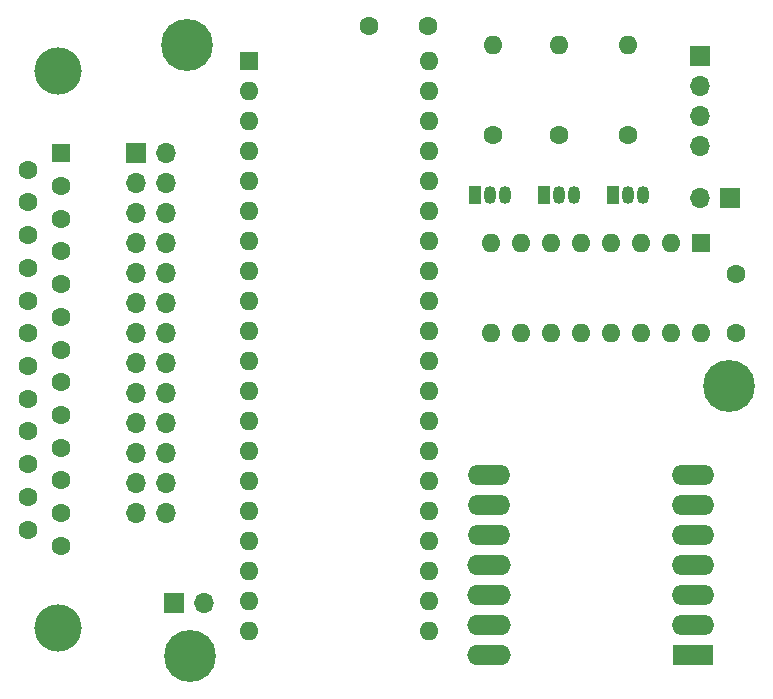
<source format=gbs>
G04 #@! TF.GenerationSoftware,KiCad,Pcbnew,(6.0.5)*
G04 #@! TF.CreationDate,2023-08-20T17:12:42+02:00*
G04 #@! TF.ProjectId,kicad-c128keyb,6b696361-642d-4633-9132-386b6579622e,rev?*
G04 #@! TF.SameCoordinates,Original*
G04 #@! TF.FileFunction,Soldermask,Bot*
G04 #@! TF.FilePolarity,Negative*
%FSLAX46Y46*%
G04 Gerber Fmt 4.6, Leading zero omitted, Abs format (unit mm)*
G04 Created by KiCad (PCBNEW (6.0.5)) date 2023-08-20 17:12:42*
%MOMM*%
%LPD*%
G01*
G04 APERTURE LIST*
%ADD10R,1.700000X1.700000*%
%ADD11O,1.700000X1.700000*%
%ADD12R,3.500000X1.700000*%
%ADD13O,3.600000X1.700000*%
%ADD14O,3.700000X1.700000*%
%ADD15C,1.600000*%
%ADD16C,0.700000*%
%ADD17C,4.400000*%
%ADD18O,1.600000X1.600000*%
%ADD19R,1.600000X1.600000*%
%ADD20R,1.050000X1.500000*%
%ADD21O,1.050000X1.500000*%
%ADD22C,4.000000*%
G04 APERTURE END LIST*
D10*
X158242000Y-77470000D03*
D11*
X155702000Y-77470000D03*
D12*
X155047500Y-116128000D03*
D13*
X155047500Y-113588000D03*
X155047500Y-111048000D03*
X155047500Y-108508000D03*
X155047500Y-105968000D03*
X155047500Y-103428000D03*
X155047500Y-100888000D03*
X137797500Y-100888000D03*
X137797500Y-103428000D03*
X137797500Y-105968000D03*
D14*
X137797500Y-108508000D03*
X137797500Y-111048000D03*
X137797500Y-113588000D03*
X137797500Y-116128000D03*
D10*
X111120000Y-111760000D03*
D11*
X113660000Y-111760000D03*
D15*
X158750000Y-88860000D03*
X158750000Y-83860000D03*
X127675000Y-62865000D03*
X132675000Y-62865000D03*
D16*
X159281726Y-94511726D03*
X156465000Y-93345000D03*
X156948274Y-94511726D03*
X156948274Y-92178274D03*
X159765000Y-93345000D03*
X159281726Y-92178274D03*
X158115000Y-94995000D03*
X158115000Y-91695000D03*
D17*
X158115000Y-93345000D03*
D15*
X138176000Y-72136000D03*
D18*
X138176000Y-64516000D03*
D19*
X155712000Y-81280000D03*
D18*
X153172000Y-81280000D03*
X150632000Y-81280000D03*
X148092000Y-81280000D03*
X145552000Y-81280000D03*
X143012000Y-81280000D03*
X140472000Y-81280000D03*
X137932000Y-81280000D03*
X137932000Y-88900000D03*
X140472000Y-88900000D03*
X143012000Y-88900000D03*
X145552000Y-88900000D03*
X148092000Y-88900000D03*
X150632000Y-88900000D03*
X153172000Y-88900000D03*
X155712000Y-88900000D03*
D10*
X155702000Y-65405000D03*
D11*
X155702000Y-67945000D03*
X155702000Y-70485000D03*
X155702000Y-73025000D03*
D10*
X107890000Y-73660000D03*
D11*
X107890000Y-76200000D03*
X107890000Y-78740000D03*
X107890000Y-81280000D03*
X107890000Y-83820000D03*
X107890000Y-86360000D03*
X107890000Y-88900000D03*
X107890000Y-91440000D03*
X107890000Y-93980000D03*
X107890000Y-96520000D03*
X107890000Y-99060000D03*
X107890000Y-101600000D03*
X107890000Y-104140000D03*
X110430000Y-73660000D03*
X110430000Y-76200000D03*
X110430000Y-78740000D03*
X110430000Y-81280000D03*
X110430000Y-83820000D03*
X110430000Y-86360000D03*
X110430000Y-88900000D03*
X110430000Y-91440000D03*
X110430000Y-93980000D03*
X110430000Y-96520000D03*
X110430000Y-99060000D03*
X110430000Y-101600000D03*
X110430000Y-104140000D03*
D15*
X149606000Y-72136000D03*
D18*
X149606000Y-64516000D03*
D19*
X117510000Y-65840000D03*
D18*
X117510000Y-68380000D03*
X117510000Y-70920000D03*
X117510000Y-73460000D03*
X117510000Y-76000000D03*
X117510000Y-78540000D03*
X117510000Y-81080000D03*
X117510000Y-83620000D03*
X117510000Y-86160000D03*
X117510000Y-88700000D03*
X117510000Y-91240000D03*
X117510000Y-93780000D03*
X117510000Y-96320000D03*
X117510000Y-98860000D03*
X117510000Y-101400000D03*
X117510000Y-103940000D03*
X117510000Y-106480000D03*
X117510000Y-109020000D03*
X117510000Y-111560000D03*
X117510000Y-114100000D03*
X132750000Y-114100000D03*
X132750000Y-111560000D03*
X132750000Y-109020000D03*
X132750000Y-106480000D03*
X132750000Y-103940000D03*
X132750000Y-101400000D03*
X132750000Y-98860000D03*
X132750000Y-96320000D03*
X132750000Y-93780000D03*
X132750000Y-91240000D03*
X132750000Y-88700000D03*
X132750000Y-86160000D03*
X132750000Y-83620000D03*
X132750000Y-81080000D03*
X132750000Y-78540000D03*
X132750000Y-76000000D03*
X132750000Y-73460000D03*
X132750000Y-70920000D03*
X132750000Y-68380000D03*
X132750000Y-65840000D03*
D20*
X148336000Y-77195000D03*
D21*
X149606000Y-77195000D03*
X150876000Y-77195000D03*
D22*
X101300000Y-113830000D03*
X101300000Y-66730000D03*
D19*
X101600000Y-73660000D03*
D15*
X101600000Y-76430000D03*
X101600000Y-79200000D03*
X101600000Y-81970000D03*
X101600000Y-84740000D03*
X101600000Y-87510000D03*
X101600000Y-90280000D03*
X101600000Y-93050000D03*
X101600000Y-95820000D03*
X101600000Y-98590000D03*
X101600000Y-101360000D03*
X101600000Y-104130000D03*
X101600000Y-106900000D03*
X98760000Y-75045000D03*
X98760000Y-77815000D03*
X98760000Y-80585000D03*
X98760000Y-83355000D03*
X98760000Y-86125000D03*
X98760000Y-88895000D03*
X98760000Y-91665000D03*
X98760000Y-94435000D03*
X98760000Y-97205000D03*
X98760000Y-99975000D03*
X98760000Y-102745000D03*
X98760000Y-105515000D03*
D20*
X136652000Y-77195000D03*
D21*
X137922000Y-77195000D03*
X139192000Y-77195000D03*
D16*
X112500000Y-114600000D03*
X113666726Y-115083274D03*
X114150000Y-116250000D03*
D17*
X112500000Y-116250000D03*
D16*
X113666726Y-117416726D03*
X112500000Y-117900000D03*
X111333274Y-115083274D03*
X111333274Y-117416726D03*
X110850000Y-116250000D03*
D15*
X143764000Y-72136000D03*
D18*
X143764000Y-64516000D03*
D20*
X142494000Y-77195000D03*
D21*
X143764000Y-77195000D03*
X145034000Y-77195000D03*
D16*
X113416726Y-63333274D03*
X111083274Y-65666726D03*
X112250000Y-62850000D03*
X112250000Y-66150000D03*
X110600000Y-64500000D03*
X111083274Y-63333274D03*
X113416726Y-65666726D03*
X113900000Y-64500000D03*
D17*
X112250000Y-64500000D03*
M02*

</source>
